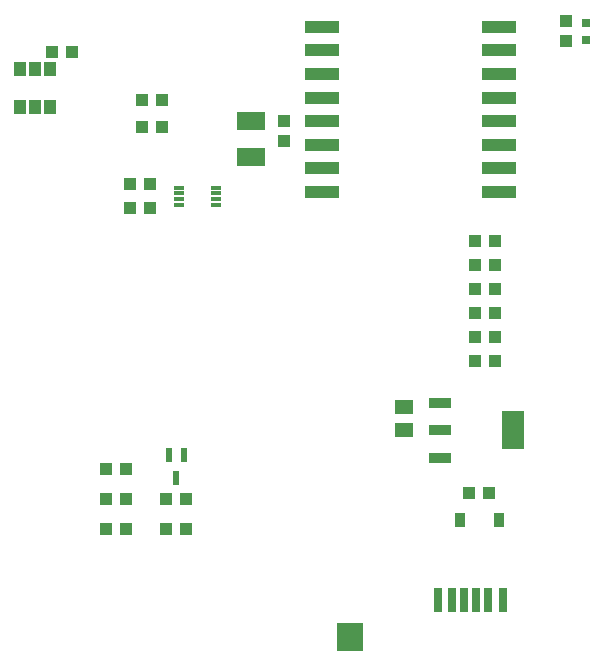
<source format=gbr>
G04 EAGLE Gerber RS-274X export*
G75*
%MOMM*%
%FSLAX34Y34*%
%LPD*%
%INSolderpaste Top*%
%IPPOS*%
%AMOC8*
5,1,8,0,0,1.08239X$1,22.5*%
G01*
%ADD10R,1.100000X1.000000*%
%ADD11R,1.500000X1.300000*%
%ADD12R,0.910000X1.220000*%
%ADD13R,0.800000X0.800000*%
%ADD14R,1.850000X0.900000*%
%ADD15R,1.850000X3.200000*%
%ADD16R,0.800000X2.000000*%
%ADD17R,0.760000X2.000000*%
%ADD18R,0.700000X2.000000*%
%ADD19R,3.000000X1.000000*%
%ADD20R,1.000000X1.100000*%
%ADD21R,2.400000X1.600000*%
%ADD22R,1.000000X1.270000*%
%ADD23R,0.850000X0.300000*%
%ADD24R,0.550000X1.150000*%
%ADD25R,2.235200X2.489200*%


D10*
X443620Y195580D03*
X460620Y195580D03*
D11*
X388620Y268580D03*
X388620Y249580D03*
D12*
X468470Y172720D03*
X435770Y172720D03*
D13*
X542290Y579240D03*
X542290Y594240D03*
D10*
X525780Y578240D03*
X525780Y595240D03*
D14*
X418580Y271920D03*
X418580Y248920D03*
X418580Y225920D03*
D15*
X480580Y248920D03*
D16*
X417000Y105600D03*
X472000Y105600D03*
D17*
X429300Y105600D03*
X459700Y105600D03*
D18*
X439500Y105600D03*
X449500Y105600D03*
D19*
X468700Y550700D03*
X318700Y510700D03*
X318700Y590700D03*
X318700Y490700D03*
X318700Y470700D03*
X318700Y450700D03*
X318700Y550700D03*
X318700Y530700D03*
X468700Y570700D03*
X468700Y450700D03*
X468700Y590700D03*
X318700Y570700D03*
X468700Y470700D03*
X468700Y490700D03*
X468700Y530700D03*
X468700Y510700D03*
D20*
X287020Y510658D03*
X287020Y493658D03*
D21*
X258826Y510554D03*
X258826Y480554D03*
D22*
X63500Y522480D03*
X76200Y522480D03*
X88900Y522480D03*
X88900Y554480D03*
X76200Y554480D03*
X63500Y554480D03*
D10*
X107560Y568960D03*
X90560Y568960D03*
D20*
X166760Y505460D03*
X183760Y505460D03*
X166760Y528320D03*
X183760Y528320D03*
D23*
X229110Y439540D03*
X229110Y444540D03*
X229110Y449540D03*
X229110Y454540D03*
X197610Y454540D03*
X197610Y449540D03*
X197610Y444540D03*
X197610Y439540D03*
D10*
X173600Y457200D03*
X156600Y457200D03*
X173600Y436880D03*
X156600Y436880D03*
D20*
X153280Y190500D03*
X136280Y190500D03*
X204080Y165100D03*
X187080Y165100D03*
X187080Y190500D03*
X204080Y190500D03*
D10*
X136280Y215900D03*
X153280Y215900D03*
D24*
X202080Y228440D03*
X189080Y228440D03*
X195580Y208440D03*
D20*
X448700Y388620D03*
X465700Y388620D03*
X465700Y408940D03*
X448700Y408940D03*
X448700Y327660D03*
X465700Y327660D03*
X465700Y307340D03*
X448700Y307340D03*
X448700Y347980D03*
X465700Y347980D03*
X465700Y368300D03*
X448700Y368300D03*
D10*
X153280Y165100D03*
X136280Y165100D03*
D25*
X342900Y73660D03*
M02*

</source>
